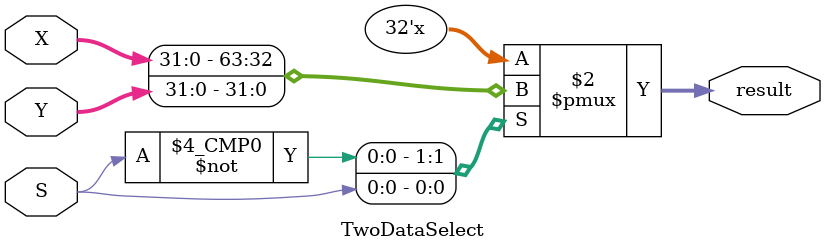
<source format=sv>
module TwoDataSelect
#(parameter N = 32 )
(
    input  logic [N-1:0] X,     //源数据X
    input  logic [N-1:0] Y,     //源数据Y
    input  logic S,             //多路选择器功能开关
    output logic [N-1:0] result //最终结果
);

always_comb 
begin
   case (S)
      1'b0: result = X;        
      1'b1: result = Y;
      default: result = 1'bx;
   endcase
end

endmodule
</source>
